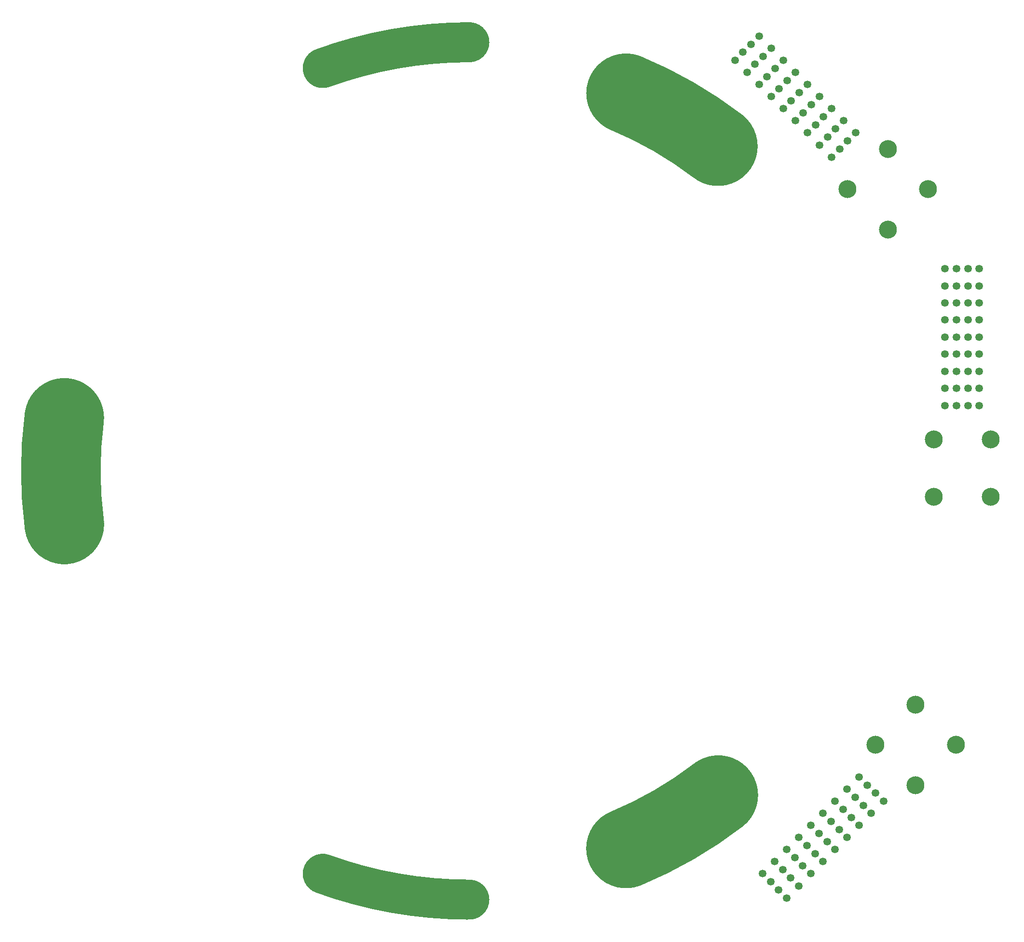
<source format=gbs>
G04 #@! TF.FileFunction,Soldermask,Bot*
%FSLAX46Y46*%
G04 Gerber Fmt 4.6, Leading zero omitted, Abs format (unit mm)*
G04 Created by KiCad (PCBNEW 4.0.7) date Mon Jan 29 22:09:26 2018*
%MOMM*%
%LPD*%
G01*
G04 APERTURE LIST*
%ADD10C,0.100000*%
%ADD11C,14.000000*%
%ADD12C,7.000000*%
%ADD13C,1.350000*%
%ADD14C,3.150000*%
G04 APERTURE END LIST*
D10*
D11*
X78889774Y-90677669D02*
G75*
G03X78900000Y-109400000I71110226J-9322331D01*
G01*
X177484155Y-166271572D02*
G75*
G03X193700000Y-156900000I-27484155J66271572D01*
G01*
X193623246Y-43000418D02*
G75*
G03X177500000Y-33700000I-43623246J-56999582D01*
G01*
D12*
X124262984Y-170711870D02*
G75*
G03X150000000Y-175250000I25737016J70711870D01*
G01*
X124262984Y-29288130D02*
G75*
G02X150000000Y-24750000I25737016J-70711870D01*
G01*
D13*
X201464466Y-170707107D03*
X202878680Y-172121321D03*
X204292893Y-173535534D03*
X205707107Y-174949748D03*
X203585786Y-168585787D03*
X205000000Y-170000000D03*
X206414213Y-171414214D03*
X207828427Y-172828427D03*
X205707107Y-166464466D03*
X207121320Y-167878680D03*
X208535534Y-169292893D03*
X209949747Y-170707107D03*
X207828427Y-164343146D03*
X209242641Y-165757360D03*
X210656854Y-167171573D03*
X212071068Y-168585787D03*
X209949747Y-162221826D03*
X211363961Y-163636039D03*
X212778174Y-165050253D03*
X214192388Y-166464466D03*
X212071068Y-160100505D03*
X213485281Y-161514719D03*
X214899495Y-162928932D03*
X216313708Y-164343146D03*
X214192388Y-157979185D03*
X215606602Y-159393399D03*
X217020815Y-160807612D03*
X218435029Y-162221826D03*
X216313708Y-155857865D03*
X217727922Y-157272078D03*
X219142136Y-158686292D03*
X220556349Y-160100505D03*
X218435029Y-153736544D03*
X219849242Y-155150758D03*
X221263456Y-156564971D03*
X222677669Y-157979185D03*
D14*
X221263456Y-148079690D03*
X228334524Y-155150758D03*
X228334524Y-141008622D03*
X235405591Y-148079690D03*
D13*
X239500000Y-64500000D03*
X237500000Y-64500000D03*
X235500000Y-64500000D03*
X233500000Y-64500000D03*
X239500000Y-67500000D03*
X237500000Y-67500000D03*
X235500000Y-67500000D03*
X233500000Y-67500000D03*
X239500000Y-70500000D03*
X237500000Y-70500000D03*
X235500000Y-70500000D03*
X233500000Y-70500000D03*
X239500000Y-73500000D03*
X237500000Y-73500000D03*
X235500000Y-73500000D03*
X233500000Y-73500000D03*
X239500000Y-76500000D03*
X237500000Y-76500000D03*
X235500000Y-76500000D03*
X233500000Y-76500000D03*
X239500000Y-79500000D03*
X237500000Y-79500000D03*
X235500000Y-79500000D03*
X233500000Y-79500000D03*
X239500000Y-82500000D03*
X237500000Y-82500000D03*
X235500000Y-82500000D03*
X233500000Y-82500000D03*
X239500000Y-85500000D03*
X237500000Y-85500000D03*
X235500000Y-85500000D03*
X233500000Y-85500000D03*
X239500000Y-88500000D03*
X237500000Y-88500000D03*
X235500000Y-88500000D03*
X233500000Y-88500000D03*
D14*
X241500000Y-94500000D03*
X231500000Y-94500000D03*
X241500000Y-104500000D03*
X231500000Y-104500000D03*
D13*
X200843146Y-23686292D03*
X199428932Y-25100506D03*
X198014719Y-26514719D03*
X196600505Y-27928933D03*
X202964466Y-25807612D03*
X201550253Y-27221826D03*
X200136039Y-28636039D03*
X198721826Y-30050253D03*
X205085787Y-27928933D03*
X203671573Y-29343146D03*
X202257360Y-30757360D03*
X200843146Y-32171573D03*
X207207107Y-30050253D03*
X205792893Y-31464467D03*
X204378680Y-32878680D03*
X202964466Y-34292894D03*
X209328427Y-32171573D03*
X207914214Y-33585787D03*
X206500000Y-35000000D03*
X205085787Y-36414214D03*
X211449748Y-34292894D03*
X210035534Y-35707107D03*
X208621321Y-37121321D03*
X207207107Y-38535534D03*
X213571068Y-36414214D03*
X212156854Y-37828428D03*
X210742641Y-39242641D03*
X209328427Y-40656855D03*
X215692388Y-38535534D03*
X214278175Y-39949748D03*
X212863961Y-41363962D03*
X211449748Y-42778175D03*
X217813709Y-40656855D03*
X216399495Y-42071068D03*
X214985282Y-43485282D03*
X213571068Y-44899495D03*
D14*
X223470563Y-43485282D03*
X216399495Y-50556350D03*
X230541631Y-50556350D03*
X223470563Y-57627417D03*
M02*

</source>
